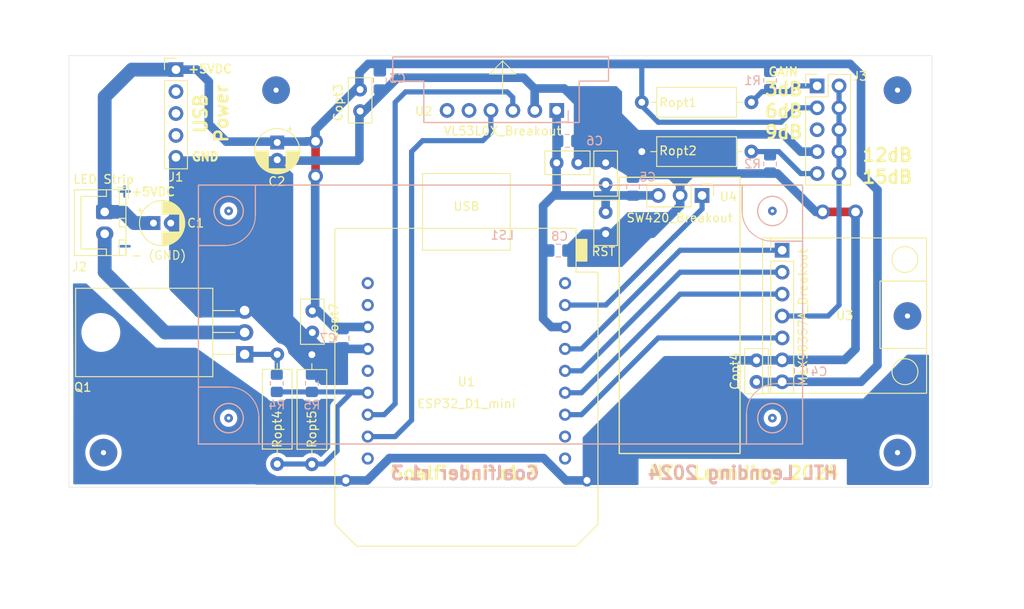
<source format=kicad_pcb>
(kicad_pcb (version 20240108) (generator "pcbnew") (generator_version "8.0")
  (title_block (title "LeoIoT - Goalfinder") (date "2024-12-11") (rev "01.03") (company "HTL Leonding, SJ 23-24, 2BHIF") (comment 2 "finding the basketball basket and hit detection") (comment 3 "Smart utility for guiding visually impaired people in ") (comment 4 "AISLER Project ID: IUPHFGHO"))
  (layers (0 "F.Cu" signal) (31 "B.Cu" signal) (34 "B.Paste" user) (35 "F.Paste" user) (36 "B.SilkS" user "B.Silkscreen") (37 "F.SilkS" user "F.Silkscreen") (38 "B.Mask" user) (39 "F.Mask" user) (44 "Edge.Cuts" user))
  (net 0 "")
  (net 1 "Net-(J2-Pin_2)")
  (net 2 "Net-(Q1-G)")
  (net 4 "Net-(U1-IO_17{slash}U2_TXC)")
  (net 7 "Net-(U1-IO_19{slash}MISO)")
  (net 8 "Net-(U1-IO_05{slash}SS)")
  (net 13 "Net-(U3-GAIN_SLOT)")
  (net 14 "Net-(U1-IO_22{slash}SCL_1)")
  (net 15 "3V3")
  (net 16 "Net-(U1-IO_23{slash}MOSI)")
  (net 18 "Net-(U1-IO_21{slash}SDA_1)")
  (net 19 "Net-(U1-IO_18{slash}CLK)")
  (net 20 "Net-(U1-IO_13{slash}TCK)")
  (net 24 "5V")
  (net 26 "Net-(J3-Pad1)")
  (net 28 "Net-(J3-Pad9)")
  (net 29 "GND")
  (footprint "MountingHole:MountingHole_3.2mm_M3" (layer "F.Cu") (at 196 106 -90)
    (property "Reference" "REF**" (hide yes))
    (property "Value" "MountingHole_3.2mm_M3" (hide yes))
    (pad "" thru_hole circle (at 0 0 270) (size 3.2 3.2) (drill 0.6) (layers "*.Cu" "*.Mask"))
  )
  (footprint "Connector_PinHeader_2.54mm:PinHeader_2x05_P2.54mm_Vertical" (layer "F.Cu") (at 186.685 63.505)
    (property "Reference" "J3" (at 4.9605 -1.118 180) (layer "F.SilkS"))
    (property "Value" "GAIN" (at -3.9295 -1.626 180) (layer "F.SilkS") (effects (font (thickness 0.2) (bold yes))))
    (pad "1" thru_hole rect (at 0 0) (size 1.7 1.7) (drill 1) (layers "*.Cu" "*.Mask") (net 26 "Net-(J3-Pad1)"))
    (pad "2" thru_hole oval (at 2.54 0) (size 1.7 1.7) (drill 1) (layers "*.Cu" "*.Mask") (net 13 "Net-(U3-GAIN_SLOT)"))
    (pad "3" thru_hole oval (at 0 2.54) (size 1.7 1.7) (drill 1) (layers "*.Cu" "*.Mask") (net 24 "5V"))
    (pad "4" thru_hole oval (at 2.54 2.54) (size 1.7 1.7) (drill 1) (layers "*.Cu" "*.Mask") (net 13 "Net-(U3-GAIN_SLOT)"))
    (pad "5" thru_hole oval (at 0 5.08) (size 1.7 1.7) (drill 1) (layers "*.Cu" "*.Mask"))
    (pad "6" thru_hole oval (at 2.54 5.08) (size 1.7 1.7) (drill 1) (layers "*.Cu" "*.Mask") (net 13 "Net-(U3-GAIN_SLOT)"))
    (pad "7" thru_hole oval (at 0 7.62) (size 1.7 1.7) (drill 1) (layers "*.Cu" "*.Mask") (net 29 "GND"))
    (pad "8" thru_hole oval (at 2.54 7.62) (size 1.7 1.7) (drill 1) (layers "*.Cu" "*.Mask") (net 13 "Net-(U3-GAIN_SLOT)"))
    (pad "9" thru_hole oval (at 0 10.16) (size 1.7 1.7) (drill 1) (layers "*.Cu" "*.Mask") (net 28 "Net-(J3-Pad9)"))
    (pad "10" thru_hole oval (at 2.54 10.16) (size 1.7 1.7) (drill 1) (layers "*.Cu" "*.Mask") (net 13 "Net-(U3-GAIN_SLOT)"))
  )
  (footprint "MountingHole:MountingHole_3.2mm_M3" (layer "F.Cu") (at 104 106 -90)
    (property "Reference" "REF**" (hide yes))
    (property "Value" "MountingHole_3.2mm_M3" (hide yes))
    (pad "" thru_hole circle (at 0 0 270) (size 3.2 3.2) (drill 0.6) (layers "*.Cu" "*.Mask"))
  )
  (footprint "Connector_JST_2.54:JST_XH_B2B-XH-A_1x02_P2.54mm_Vertical" (layer "F.Cu") (at 104.14 78.105 -90)
    (property "Reference" "J2" (at 6.38 2.9185 180) (layer "F.SilkS"))
    (property "Value" "LED Strip" (at -3.78 0.1245 180) (layer "F.SilkS"))
    (pad "1" thru_hole roundrect (at 0 0 270) (size 1.7 2) (drill 1) (layers "*.Cu" "*.Mask") (roundrect_rratio 0.147059) (net 24 "5V"))
    (pad "2" thru_hole oval (at 2.54 0 270) (size 1.7 2) (drill 1) (layers "*.Cu" "*.Mask") (net 1 "Net-(J2-Pin_2)"))
  )
  (footprint "Resistor_THT:R_Axial_DIN0309_L9.0mm_D3.2mm_P12.70mm_Horizontal" (layer "F.Cu") (at 128.1455 107.345 90)
    (property "Reference" "Ropt5" (at 4.064 0 -90) (layer "F.SilkS"))
    (property "Value" "33k" (hide yes))
    (pad "1" thru_hole circle (at 0 0 90) (size 1.6 1.6) (drill 0.8) (layers "*.Cu" "*.Mask") (net 4 "Net-(U1-IO_17{slash}U2_TXC)"))
    (pad "2" thru_hole oval (at 12.7 0 90) (size 1.6 1.6) (drill 0.8) (layers "*.Cu" "*.Mask") (net 29 "GND"))
  )
  (footprint "Breakout_Boards:Micro-USB_BreakoutBoard" (layer "F.Cu") (at 112.3975 61.625)
    (property "Reference" "J1" (at 0 12.446 0) (layer "F.SilkS"))
    (property "Value" "USB_B_Micro_Breakout")
    (pad "1" thru_hole rect (at 0 0) (size 1.7 1.7) (drill 1) (layers "*.Cu" "*.Mask") (net 24 "5V"))
    (pad "2" thru_hole oval (at 0 2.54) (size 1.7 1.7) (drill 1) (layers "*.Cu" "*.Mask"))
    (pad "3" thru_hole oval (at 0 5.08) (size 1.7 1.7) (drill 1) (layers "*.Cu" "*.Mask"))
    (pad "4" thru_hole oval (at 0 7.62) (size 1.7 1.7) (drill 1) (layers "*.Cu" "*.Mask"))
    (pad "5" thru_hole oval (at 0 10.16) (size 1.7 1.7) (drill 1) (layers "*.Cu" "*.Mask") (net 29 "GND"))
  )
  (footprint "Capacitor_THT:C_Disc_D5.0mm_W2.5mm_P2.50mm" (layer "F.Cu") (at 128.196653 89.577877 -90)
    (property "Reference" "Copt7" (at 1.25 -2.5 90) (layer "F.SilkS"))
    (property "Value" "100nF" (hide yes))
    (pad "1" thru_hole circle (at 0 0 270) (size 1.6 1.6) (drill 0.8) (layers "*.Cu" "*.Mask") (net 24 "5V"))
    (pad "2" thru_hole circle (at 2.5 0 270) (size 1.6 1.6) (drill 0.8) (layers "*.Cu" "*.Mask") (net 29 "GND"))
  )
  (footprint "MountingHole:MountingHole_3.2mm_M3" (layer "F.Cu") (at 124 64 -90)
    (property "Reference" "REF**" (hide yes))
    (property "Value" "MountingHole_3.2mm_M3" (hide yes))
    (pad "" thru_hole circle (at 0 0 270) (size 3.2 3.2) (drill 0.6) (layers "*.Cu" "*.Mask"))
  )
  (footprint "Capacitor_THT:C_Disc_D5.0mm_W2.5mm_P2.50mm" (layer "F.Cu") (at 179.659537 97.803395 90)
    (property "Reference" "Copt4" (at 1.25 -2.5 -90) (layer "F.SilkS"))
    (property "Value" "100nF")
    (pad "1" thru_hole circle (at 0 0 90) (size 1.6 1.6) (drill 0.8) (layers "*.Cu" "*.Mask") (net 24 "5V"))
    (pad "2" thru_hole circle (at 2.5 0 90) (size 1.6 1.6) (drill 0.8) (layers "*.Cu" "*.Mask") (net 29 "GND"))
  )
  (footprint "Resistor_THT:R_Axial_DIN0309_L9.0mm_D3.2mm_P12.70mm_Horizontal" (layer "F.Cu") (at 166.37 71.12)
    (property "Reference" "Ropt2" (at 4.1935 -0.097 0) (layer "F.SilkS"))
    (property "Value" "100k")
    (pad "1" thru_hole circle (at 0 0) (size 1.6 1.6) (drill 0.8) (layers "*.Cu" "*.Mask") (net 29 "GND"))
    (pad "2" thru_hole oval (at 12.7 0) (size 1.6 1.6) (drill 0.8) (layers "*.Cu" "*.Mask") (net 28 "Net-(J3-Pad9)"))
  )
  (footprint "Breakout_Boards:MAX98357A_Breakout_Board" (layer "F.Cu") (at 182.635 82.55)
    (property "Reference" "U3" (at 7.2475 7.5875 0) (layer "F.SilkS"))
    (property "Value" "MAX98357A_Breakout" (at 2.4065 7.777 90) (layer "F.SilkS"))
    (pad "1" thru_hole rect (at 0 0) (size 1.7 1.7) (drill 1) (layers "*.Cu" "*.Mask") (net 8 "Net-(U1-IO_05{slash}SS)"))
    (pad "2" thru_hole oval (at 0 2.54) (size 1.7 1.7) (drill 1) (layers "*.Cu" "*.Mask") (net 16 "Net-(U1-IO_23{slash}MOSI)"))
    (pad "3" thru_hole oval (at 0 5.08) (size 1.7 1.7) (drill 1) (layers "*.Cu" "*.Mask") (net 7 "Net-(U1-IO_19{slash}MISO)"))
    (pad "4" thru_hole oval (at 0 7.62) (size 1.7 1.7) (drill 1) (layers "*.Cu" "*.Mask") (net 13 "Net-(U3-GAIN_SLOT)"))
    (pad "5" thru_hole oval (at 0 10.16) (size 1.7 1.7) (drill 1) (layers "*.Cu" "*.Mask") (net 19 "Net-(U1-IO_18{slash}CLK)"))
    (pad "6" thru_hole oval (at 0 12.7) (size 1.7 1.7) (drill 1) (layers "*.Cu" "*.Mask") (net 29 "GND"))
    (pad "7" thru_hole oval (at 0 15.24) (size 1.7 1.7) (drill 1) (layers "*.Cu" "*.Mask") (net 24 "5V"))
  )
  (footprint "Resistor_THT:R_Axial_DIN0309_L9.0mm_D3.2mm_P12.70mm_Horizontal" (layer "F.Cu") (at 124.13 107.315 90)
    (property "Reference" "Ropt4" (at 4.034 0 -90) (layer "F.SilkS"))
    (property "Value" "1k" (hide yes))
    (pad "1" thru_hole circle (at 0 0 90) (size 1.6 1.6) (drill 0.8) (layers "*.Cu" "*.Mask") (net 4 "Net-(U1-IO_17{slash}U2_TXC)"))
    (pad "2" thru_hole oval (at 12.7 0 90) (size 1.6 1.6) (drill 0.8) (layers "*.Cu" "*.Mask") (net 2 "Net-(Q1-G)"))
  )
  (footprint "Capacitor_THT:C_Disc_D5.0mm_W2.5mm_P2.50mm" (layer "F.Cu") (at 133.7335 63.931 -90)
    (property "Reference" "Copt3" (at 1.504 2.54 -90) (layer "F.SilkS"))
    (property "Value" "100nF")
    (pad "1" thru_hole circle (at 0 0 270) (size 1.6 1.6) (drill 0.8) (layers "*.Cu" "*.Mask") (net 24 "5V"))
    (pad "2" thru_hole circle (at 2.5 0 270) (size 1.6 1.6) (drill 0.8) (layers "*.Cu" "*.Mask") (net 29 "GND"))
  )
  (footprint "MountingHole:MountingHole_3.2mm_M3" (layer "F.Cu") (at 197.155 90.17 -90)
    (property "Reference" "REF**" (hide yes))
    (property "Value" "MountingHole_3.2mm_M3" (hide yes))
    (pad "" thru_hole circle (at 0 0 270) (size 3.2 3.2) (drill 0.6) (layers "*.Cu" "*.Mask"))
  )
  (footprint "MountingHole:MountingHole_3.2mm_M3" (layer "F.Cu") (at 196 64 -90)
    (property "Reference" "REF**" (hide yes))
    (property "Value" "MountingHole_3.2mm_M3" (hide yes))
    (pad "" thru_hole circle (at 0 0 270) (size 3.2 3.2) (drill 0.6) (layers "*.Cu" "*.Mask"))
  )
  (footprint "Package_TO_SOT_THT:TO-220-3_Horizontal_TabDown" (layer "F.Cu") (at 120.355 94.615 90)
    (property "Reference" "Q1" (at -3.81 -18.755 0) (layer "F.SilkS"))
    (property "Value" "IRFZ44N")
    (pad "" np_thru_hole oval (at 2.54 -16.66 90) (size 3.5 3.5) (drill 3.5) (layers "*.Cu" "*.Mask"))
    (pad "1" thru_hole rect (at 0 0 90) (size 1.905 2) (drill 1.1) (layers "*.Cu" "*.Mask") (net 2 "Net-(Q1-G)"))
    (pad "2" thru_hole oval (at 2.54 0 90) (size 1.905 2) (drill 1.1) (layers "*.Cu" "*.Mask") (net 1 "Net-(J2-Pin_2)"))
    (pad "3" thru_hole oval (at 5.08 0 90) (size 1.905 2) (drill 1.1) (layers "*.Cu" "*.Mask") (net 29 "GND"))
  )
  (footprint "Capacitor_THT:C_Disc_D5.0mm_W2.5mm_P2.50mm" (layer "F.Cu") (at 162.1815 74.92 90)
    (property "Reference" "Copt5" (hide yes))
    (property "Value" "100nF" (hide yes))
    (pad "1" thru_hole circle (at 0 0 90) (size 1.6 1.6) (drill 0.8) (layers "*.Cu" "*.Mask") (net 15 "3V3"))
    (pad "2" thru_hole circle (at 2.5 0 90) (size 1.6 1.6) (drill 0.8) (layers "*.Cu" "*.Mask") (net 29 "GND"))
  )
  (footprint "Breakout_Boards:SW420_Breakout_Board_Horizontal" (layer "F.Cu") (at 173.355 76.2 -90)
    (property "Reference" "U4" (at 0.157 -3.0505 0) (layer "F.SilkS"))
    (property "Value" "SW420_Breakout" (at 2.6 2.6 0) (layer "F.SilkS"))
    (pad "1" thru_hole rect (at 0 0 270) (size 1.7 1.7) (drill 1) (layers "*.Cu" "*.Mask") (net 20 "Net-(U1-IO_13{slash}TCK)"))
    (pad "2" thru_hole oval (at 0 2.54 270) (size 1.7 1.7) (drill 1) (layers "*.Cu" "*.Mask") (net 29 "GND"))
    (pad "3" thru_hole oval (at 0 5.08 270) (size 1.7 1.7) (drill 1) (layers "*.Cu" "*.Mask") (net 15 "3V3"))
  )
  (footprint "Capacitor_THT:CP_Radial_D5.0mm_P2.00mm" (layer "F.Cu") (at 109.791388 79.405)
    (property "Reference" "C1" (at 4.892112 0 0) (layer "F.SilkS"))
    (property "Value" "22µF" (hide yes))
    (pad "1" thru_hole rect (at 0 0) (size 1.6 1.6) (drill 0.8) (layers "*.Cu" "*.Mask") (net 24 "5V"))
    (pad "2" thru_hole circle (at 2 0) (size 1.6 1.6) (drill 0.8) (layers "*.Cu" "*.Mask") (net 29 "GND"))
  )
  (footprint "Capacitor_THT:CP_Radial_D5.0mm_P2.00mm" (layer "F.Cu") (at 124.13 70.065 -90)
    (property "Reference" "C2" (at 4.514 0.0485 180) (layer "F.SilkS"))
    (property "Value" "4,7µF" (hide yes))
    (pad "1" thru_hole rect (at 0 0 270) (size 1.6 1.6) (drill 0.8) (layers "*.Cu" "*.Mask") (net 24 "5V"))
    (pad "2" thru_hole circle (at 2 0 270) (size 1.6 1.6) (drill 0.8) (layers "*.Cu" "*.Mask") (net 29 "GND"))
  )
  (footprint "Capacitor_THT:C_Disc_D5.0mm_W2.5mm_P2.50mm" (layer "F.Cu") (at 156.5065 72.42)
    (property "Reference" "Copt6" (hide yes))
    (property "Value" "100nF" (hide yes))
    (pad "1" thru_hole circle (at 0 0) (size 1.6 1.6) (drill 0.8) (layers "*.Cu" "*.Mask") (net 15 "3V3"))
    (pad "2" thru_hole circle (at 2.5 0) (size 1.6 1.6) (drill 0.8) (layers "*.Cu" "*.Mask") (net 29 "GND"))
  )
  (footprint "Capacitor_THT:C_Disc_D5.0mm_W2.5mm_P2.50mm" (layer "F.Cu") (at 162.1815 78.135 -90)
    (property "Reference" "Copt8" (hide yes))
    (property "Value" "100nF" (hide yes))
    (pad "1" thru_hole circle (at 0 0 270) (size 1.6 1.6) (drill 0.8) (layers "*.Cu" "*.Mask") (net 15 "3V3"))
    (pad "2" thru_hole circle (at 2.5 0 270) (size 1.6 1.6) (drill 0.8) (layers "*.Cu" "*.Mask") (net 29 "GND"))
  )
  (footprint "Resistor_THT:R_Axial_DIN0309_L9.0mm_D3.2mm_P12.70mm_Horizontal" (layer "F.Cu") (at 166.37 65.405)
    (property "Reference" "Ropt1" (at 4.1935 0.03 0) (layer "F.SilkS"))
    (property "Value" "100k")
    (pad "1" thru_hole circle (at 0 0) (size 1.6 1.6) (drill 0.8) (layers "*.Cu" "*.Mask") (net 24 "5V"))
    (pad "2" thru_hole oval (at 12.7 0) (size 1.6 1.6) (drill 0.8) (layers "*.Cu" "*.Mask") (net 26 "Net-(J3-Pad1)"))
  )
  (footprint "ESP32_D1_mini:ESP32_D1_mini" (layer "F.Cu") (at 146.05 97.79 180)
    (property "Reference" "U1" (at 0 0 180) (layer "F.SilkS"))
    (property "Value" "ESP32_D1_mini" (at 0 -2.54 180) (layer "F.SilkS"))
    (fp_text user "RST" (at -15.8775 15.083 180) (layer "F.SilkS"))
    (fp_text user "USB" (at 0 20.32 180) (layer "F.SilkS"))
    (pad "1" thru_hole circle (at -13.97 -11.43 90) (size 1.4 1.4) (drill 0.8) (layers "*.Cu" "*.Mask") (net 29 "GND"))
    (pad "4" thru_hole circle (at -11.43 -8.89 90) (size 1.4 1.4) (drill 0.8) (layers "*.Cu" "*.Mask"))
    (pad "6" thru_hole circle (at -11.43 -6.35 90) (size 1.4 1.4) (drill 0.8) (layers "*.Cu" "*.Mask"))
    (pad "8" thru_hole circle (at -11.43 -3.81 90) (size 1.4 1.4) (drill 0.8) (layers "*.Cu" "*.Mask") (net 19 "Net-(U1-IO_18{slash}CLK)"))
    (pad "10" thru_hole circle (at -11.43 -1.27 90) (size 1.4 1.4) (drill 0.8) (layers "*.Cu" "*.Mask") (net 7 "Net-(U1-IO_19{slash}MISO)"))
    (pad "12" thru_hole circle (at -11.43 1.27 90) (size 1.4 1.4) (drill 0.8) (layers "*.Cu" "*.Mask") (net 16 "Net-(U1-IO_23{slash}MOSI)"))
    (pad "14" thru_hole circle (at -11.43 3.81 90) (size 1.4 1.4) (drill 0.8) (layers "*.Cu" "*.Mask") (net 8 "Net-(U1-IO_05{slash}SS)"))
    (pad "16" thru_hole circle (at -11.43 6.35 90) (size 1.4 1.4) (drill 0.8) (layers "*.Cu" "*.Mask") (net 15 "3V3"))
    (pad "18" thru_hole circle (at -11.43 8.89 90) (size 1.4 1.4) (drill 0.8) (layers "*.Cu" "*.Mask") (net 20 "Net-(U1-IO_13{slash}TCK)"))
    (pad "20" thru_hole circle (at -11.43 11.43 90) (size 1.4 1.4) (drill 0.8) (layers "*.Cu" "*.Mask"))
    (pad "22" thru_hole circle (at 13.97 -11.43 90) (size 1.4 1.4) (drill 0.8) (layers "*.Cu" "*.Mask") (net 29 "GND"))
    (pad "23" thru_hole circle (at 11.43 -8.89 90) (size 1.4 1.4) (drill 0.8) (layers "*.Cu" "*.Mask"))
    (pad "25" thru_hole circle (at 11.43 -6.35 90) (size 1.4 1.4) (drill 0.8) (layers "*.Cu" "*.Mask") (net 14 "Net-(U1-IO_22{slash}SCL_1)"))
    (pad "27" thru_hole circle (at 11.43 -3.81 90) (size 1.4 1.4) (drill 0.8) (layers "*.Cu" "*.Mask") (net 18 "Net-(U1-IO_21{slash}SDA_1)"))
    (pad "29" thru_hole circle (at 11.43 -1.27 90) (size 1.4 1.4) (drill 0.8) (layers "*.Cu" "*.Mask") (net 4 "Net-(U1-IO_17{slash}U2_TXC)"))
    (pad "31" thru_hole circle (at 11.43 1.27 90) (size 1.4 1.4) (drill 0.8) (layers "*.Cu" "*.Mask"))
    (pad "33" thru_hole circle (at 11.43 3.81 90) (size 1.4 1.4) (drill 0.8) (layers "*.Cu" "*.Mask") (net 29 "GND"))
    (pad "35" thru_hole circle (at 11.43 6.35 90) (size 1.4 1.4) (drill 0.8) (layers "*.Cu" "*.Mask") (net 24 "5V"))
    (pad "37" thru_hole circle (at 11.43 8.89 90) (size 1.4 1.4) (drill 0.8) (layers "*.Cu" "*.Mask"))
    (pad "39" thru_hole circle (at 11.43 11.43 90) (size 1.4 1.4) (drill 0.8) (layers "*.Cu" "*.Mask"))
  )
  (footprint "Breakout_Boards:VL53L0X_Breakout_Board_vertical_flat" (layer "B.Cu") (at 156.515 66.35 90)
    (property "Reference" "U2" (at -0.101 -15.4155 -0) (layer "F.SilkS"))
    (property "Value" "VL53L0X_Breakout" (at -2.387 -6.2715 0) (layer "F.SilkS"))
    (pad "1" thru_hole rect (at 0 0 90) (size 1.7 1.7) (drill 1) (layers "*.Cu" "*.Mask") (net 15 "3V3"))
    (pad "2" thru_hole oval (at 0 -2.54 90) (size 1.7 1.7) (drill 1) (layers "*.Cu" "*.Mask") (net 29 "GND"))
    (pad "3" thru_hole oval (at 0 -5.08 90) (size 1.7 1.7) (drill 1) (layers "*.Cu" "*.Mask") (net 18 "Net-(U1-IO_21{slash}SDA_1)"))
    (pad "4" thru_hole oval (at 0 -7.62 90) (size 1.7 1.7) (drill 1) (layers "*.Cu" "*.Mask") (net 14 "Net-(U1-IO_22{slash}SCL_1)"))
    (pad "5" thru_hole oval (at 0 -10.16 90) (size 1.7 1.7) (drill 1) (layers "*.Cu" "*.Mask"))
    (pad "6" thru_hole oval (at 0 -12.7 90) (size 1.7 1.7) (drill 1) (layers "*.Cu" "*.Mask"))
  )
  (footprint "Capacitor_SMD:C_0805_2012Metric_Pad1.18x1.45mm_HandSolder" (layer "B.Cu") (at 157.7365 69.88)
    (property "Reference" "C6" (at 3.175 0 0) (layer "B.SilkS") (effects (justify mirror)))
    (property "Value" "100nF" (hide yes))
    (pad "1" smd roundrect (at -1.0375 0) (size 1.175 1.45) (layers "B.Cu" "B.Paste" "B.Mask") (roundrect_rratio 0.212766) (net 15 "3V3"))
    (pad "2" smd roundrect (at 1.0375 0) (size 1.175 1.45) (layers "B.Cu" "B.Paste" "B.Mask") (roundrect_rratio 0.212766) (net 29 "GND"))
  )
  (footprint "Capacitor_SMD:C_0805_2012Metric_Pad1.18x1.45mm_HandSolder" (layer "B.Cu") (at 136.0195 62.8735 -90)
    (property "Reference" "C3" (at -0.2325 -2.032 180) (layer "B.SilkS") (effects (justify mirror)))
    (property "Value" "100nF")
    (pad "1" smd roundrect (at -1.0375 0 270) (size 1.175 1.45) (layers "B.Cu" "B.Paste" "B.Mask") (roundrect_rratio 0.212766) (net 24 "5V"))
    (pad "2" smd roundrect (at 1.0375 0 270) (size 1.175 1.45) (layers "B.Cu" "B.Paste" "B.Mask") (roundrect_rratio 0.212766) (net 29 "GND"))
  )
  (footprint "Resistor_SMD:R_0805_2012Metric_Pad1.20x1.40mm_HandSolder" (layer "B.Cu") (at 181.2315 72.547 90)
    (property "Reference" "R2" (at 0 -2.032 180) (layer "B.SilkS") (effects (justify mirror)))
    (property "Value" "100k" (hide yes))
    (pad "1" smd roundrect (at -1 0 90) (size 1.2 1.4) (layers "B.Cu" "B.Paste" "B.Mask") (roundrect_rratio 0.208333) (net 29 "GND"))
    (pad "2" smd roundrect (at 1 0 90) (size 1.2 1.4) (layers "B.Cu" "B.Paste" "B.Mask") (roundrect_rratio 0.208333) (net 28 "Net-(J3-Pad9)"))
  )
  (footprint "Resistor_SMD:R_0805_2012Metric_Pad1.20x1.40mm_HandSolder" (layer "B.Cu") (at 124.0815 97.963 90)
    (property "Reference" "R4" (at -2.524 0 360) (layer "B.SilkS") (effects (justify mirror)))
    (property "Value" "1k" (hide yes))
    (pad "1" smd roundrect (at -1 0 90) (size 1.2 1.4) (layers "B.Cu" "B.Paste" "B.Mask") (roundrect_rratio 0.208333) (net 4 "Net-(U1-IO_17{slash}U2_TXC)"))
    (pad "2" smd roundrect (at 1 0 90) (size 1.2 1.4) (layers "B.Cu" "B.Paste" "B.Mask") (roundrect_rratio 0.208333) (net 2 "Net-(Q1-G)"))
  )
  (footprint "Resistor_SMD:R_0805_2012Metric_Pad1.20x1.40mm_HandSolder" (layer "B.Cu") (at 128.1455 97.963 90)
    (property "Reference" "R5" (at -2.524 0 360) (layer "B.SilkS") (effects (justify mirror)))
    (property "Value" "33k" (hide yes))
    (pad "1" smd roundrect (at -1 0 90) (size 1.2 1.4) (layers "B.Cu" "B.Paste" "B.Mask") (roundrect_rratio 0.208333) (net 4 "Net-(U1-IO_17{slash}U2_TXC)"))
    (pad "2" smd roundrect (at 1 0 90) (size 1.2 1.4) (layers "B.Cu" "B.Paste" "B.Mask") (roundrect_rratio 0.208333) (net 29 "GND"))
  )
  (footprint "Capacitor_SMD:C_0805_2012Metric_Pad1.18x1.45mm_HandSolder" (layer "B.Cu") (at 131.7015 92.74 -90)
    (property "Reference" "C7" (at 0 1.68 180) (layer "B.SilkS") (effects (justify mirror)))
    (property "Value" "100nF" (hide yes))
    (pad "1" smd roundrect (at -1.0375 0 270) (size 1.175 1.45) (layers "B.Cu" "B.Paste" "B.Mask") (roundrect_rratio 0.212766) (net 24 "5V"))
    (pad "2" smd roundrect (at 1.0375 0 270) (size 1.175 1.45) (layers "B.Cu" "B.Paste" "B.Mask") (roundrect_rratio 0.212766) (net 29 "GND"))
  )
  (footprint "Capacitor_SMD:C_0805_2012Metric_Pad1.18x1.45mm_HandSolder" (layer "B.Cu") (at 156.699 82.58)
    (property "Reference" "C8" (at 0.1485 -1.651 0) (layer "B.SilkS") (effects (justify mirror)))
    (property "Value" "100nF" (hide yes))
    (pad "1" smd roundrect (at -1.0375 0) (size 1.175 1.45) (layers "B.Cu" "B.Paste" "B.Mask") (roundrect_rratio 0.212766) (net 15 "3V3"))
    (pad "2" smd roundrect (at 1.0375 0) (size 1.175 1.45) (layers "B.Cu" "B.Paste" "B.Mask") (roundrect_rratio 0.212766) (net 29 "GND"))
  )
  (footprint "Capacitor_SMD:C_0805_2012Metric_Pad1.18x1.45mm_HandSolder" (layer "B.Cu") (at 165.3565 75.1925 90)
    (property "Reference" "C5" (at 1.1215 1.68 0) (layer "B.SilkS") (effects (justify mirror)))
    (property "Value" "100nF" (hide yes))
    (pad "1" smd roundrect (at -1.0375 0 90) (size 1.175 1.45) (layers "B.Cu" "B.Paste" "B.Mask") (roundrect_rratio 0.212766) (net 15 "3V3"))
    (pad "2" smd roundrect (at 1.0375 0 90) (size 1.175 1.45) (layers "B.Cu" "B.Paste" "B.Mask") (roundrect_rratio 0.212766) (net 29 "GND"))
  )
  (footprint "Breakout_Boards:Mono-Enclosed_Speaker_70x30x17mm_onboard" (layer "B.Cu") (at 185 75 180)
    (property "Reference" "LS1" (at 34.8 -5.8 0) (layer "B.SilkS") (effects (justify mirror)))
    (property "Value" "Speaker")
    (pad "" thru_hole circle (at 3.5 -27 180) (size 1 1) (drill 0.4) (layers "*.Cu" "*.Mask"))
    (pad "" thru_hole circle (at 3.5 -3 180) (size 1 1) (drill 0.4) (layers "*.Cu" "*.Mask"))
    (pad "" thru_hole circle (at 66.5 -27 180) (size 1 1) (drill 0.4) (layers "*.Cu" "*.Mask"))
    (pad "" thru_hole circle (at 66.5 -3 180) (size 1 1) (drill 0.4) (layers "*.Cu" "*.Mask"))
  )
  (footprint "Resistor_SMD:R_0805_2012Metric_Pad1.20x1.40mm_HandSolder" (layer "B.Cu") (at 181.2315 62.879 -90)
    (property "Reference" "R1" (at 0.016 2.032 180) (layer "B.SilkS") (effects (justify mirror)))
    (property "Value" "100k" (hide yes))
    (pad "1" smd roundrect (at -1 0 270) (size 1.2 1.4) (layers "B.Cu" "B.Paste" "B.Mask") (roundrect_rratio 0.208333) (net 24 "5V"))
    (pad "2" smd roundrect (at 1 0 270) (size 1.2 1.4) (layers "B.Cu" "B.Paste" "B.Mask") (roundrect_rratio 0.208333) (net 26 "Net-(J3-Pad1)"))
  )
  (footprint "Capacitor_SMD:C_0805_2012Metric_Pad1.18x1.45mm_HandSolder" (layer "B.Cu") (at 184.7875 96.518441 90)
    (property "Reference" "C4" (at -0.102029 2.114228 0) (layer "B.SilkS") (effects (justify mirror)))
    (property "Value" "100nF" (hide yes))
    (pad "1" smd roundrect (at -1.0375 0 90) (size 1.175 1.45) (layers "B.Cu" "B.Paste" "B.Mask") (roundrect_rratio 0.212766) (net 24 "5V"))
    (pad "2" smd roundrect (at 1.0375 0 90) (size 1.175 1.45) (layers "B.Cu" "B.Paste" "B.Mask") (roundrect_rratio 0.212766) (net 29 "GND"))
  )
  (gr_line (start 150.2435 60.609) (end 148.7195 62.133) (stroke (width 0.1)) (layer "F.SilkS"))
  (gr_line (start 150.2435 60.609) (end 151.7675 62.133) (stroke (width 0.1)) (layer "F.SilkS"))
  (gr_line (start 151.7675 62.133) (end 148.7195 62.133) (stroke (width 0.1)) (layer "F.SilkS"))
  (gr_line (start 150.2435 60.609) (end 150.2435 64.419) (stroke (width 0.1)) (layer "F.SilkS"))
  (gr_line (start 150.2435 64.419) (end 150.2435 60.609) (stroke (width 0.1)) (layer "F.SilkS"))
  (gr_rect (start 100 60) (end 200 110) (stroke (width 0.05)) (fill none) (layer "Edge.Cuts"))
  (gr_text "HTL Leonding 2024" (at 189.23 109.22 0) (layer "B.Cu") (effects (font (size 1.5 1.5) (thickness 0.3) (bold yes)) (justify left bottom mirror)))
  (gr_text "Goalfinder r1.3" (at 154.655521 109.24189 0) (layer "B.Cu") (effects (font (size 1.5 1.5) (thickness 0.3) (bold yes)) (justify left bottom mirror)))
  (gr_text "-" (at 107.5715 82.86 0) (layer "B.Cu") (effects (font (size 1.5 1.5) (thickness 0.3) (bold yes)) (justify left bottom mirror)))
  (gr_text "+" (at 107.5715 76.51 0) (layer "B.Cu") (effects (font (size 1.5 1.5) (thickness 0.3) (bold yes)) (justify left bottom mirror)))
  (gr_text "HTL Leonding 2024" (at 189.23128 109.218593 0) (layer "B.SilkS") (effects (font (size 1.5 1.5) (thickness 0.3) (bold yes)) (justify left bottom mirror)))
  (gr_text "Goalfinder r1.3" (at 154.657093 109.243749 0) (layer "B.SilkS") (effects (font (size 1.5 1.5) (thickness 0.3) (bold yes)) (justify left bottom mirror)))
  (gr_text "+5VDC" (at 112.3975 76.357 0) (layer "F.SilkS") (effects (font (size 1 1) (thickness 0.1875)) (justify right bottom)))
  (gr_text "12dB" (at 191.77 72.39 0) (layer "F.SilkS") (effects (font (size 1.5 1.5) (thickness 0.3) (bold yes)) (justify left bottom)))
  (gr_text "HTL Leonding 2024" (at 167.067019 109.225033 0) (layer "F.SilkS") (effects (font (size 1.5 1.5) (thickness 0.3) (bold yes)) (justify left bottom)))
  (gr_text "3dB" (at 180.4695 64.77 0) (layer "F.SilkS") (effects (font (size 1.5 1.5) (thickness 0.3) (bold yes)) (justify left bottom)))
  (gr_text "Goalfinder r1.3" (at 137.0355 109.24189 0) (layer "F.SilkS") (effects (font (size 1.5 1.5) (thickness 0.3) (bold yes)) (justify left bottom)))
  (gr_text "USB\nPower" (at 116.4615 66.705 90) (layer "F.SilkS") (effects (font (size 1.5 1.5) (thickness 0.3) (bold yes))))
  (gr_text "15dB" (at 191.77 74.93 0) (layer "F.SilkS") (effects (font (size 1.5 1.5) (thickness 0.3) (bold yes)) (justify left bottom)))
  (gr_text "6dB" (at 180.4695 67.31 0) (layer "F.SilkS") (effects (font (size 1.5 1.5) (thickness 0.3) (bold yes)) (justify left bottom)))
  (gr_text "+5VDC" (at 119.0015 62.133 0) (layer "F.SilkS") (effects (font (size 1 1) (thickness 0.1875)) (justify right bottom)))
  (gr_text "- (GND)" (at 113.6675 83.723 0) (layer "F.SilkS") (effects (font (size 1 1) (thickness 0.125)) (justify right bottom)))
  (gr_text "9dB" (at 180.4695 69.753 0) (layer "F.SilkS") (effects (font (size 1.5 1.5) (thickness 0.3) (bold yes)) (justify left bottom)))
  (gr_text "GND" (at 117.4775 72.293 0) (layer "F.SilkS") (effects (font (size 1 1) (thickness 0.25) (bold yes)) (justify right bottom)))
  (segment (start 104.14 85.09) (end 111.125 92.075) (width 1.6) (layer "B.Cu") (net 1))
  (segment (start 104.14 80.645) (end 104.14 85.09) (width 1.6) (layer "B.Cu") (net 1))
  (segment (start 111.125 92.075) (end 120.355 92.075) (width 1.6) (layer "B.Cu") (net 1))
  (segment (start 124.13 94.615) (end 124.13 96.6605) (width 0.6) (layer "B.Cu") (net 2))
  (segment (start 120.355 94.615) (end 124.13 94.615) (width 0.6) (layer "B.Cu") (net 2))
  (segment (start 124.13 96.6605) (end 124.0815 96.709) (width 0.6) (layer "B.Cu") (net 2))
  (segment (start 134.523 98.963) (end 134.62 99.06) (width 0.6) (layer "B.Cu") (net 4))
  (segment (start 124.13 107.315) (end 129.54 107.315) (width 0.6) (layer "B.Cu") (net 4))
  (segment (start 131.0665 100.7085) (end 132.715 99.06) (width 0.6) (layer "B.Cu") (net 4))
  (segment (start 129.54 107.315) (end 131.0665 105.7885) (width 0.6) (layer "B.Cu") (net 4))
  (segment (start 124.0815 98.963) (end 128.1455 98.963) (width 0.6) (layer "B.Cu") (net 4))
  (segment (start 128.1455 98.963) (end 134.523 98.963) (width 0.6) (layer "B.Cu") (net 4))
  (segment (start 131.0665 105.7885) (end 131.0665 100.7085) (width 0.6) (layer "B.Cu") (net 4))
  (segment (start 132.715 99.06) (end 134.62 99.06) (width 0.6) (layer "B.Cu") (net 4))
  (segment (start 170.815 87.63) (end 182.635 87.63) (width 0.6) (layer "B.Cu") (net 7))
  (segment (start 159.385 99.06) (end 170.815 87.63) (width 0.6) (layer "B.Cu") (net 7))
  (segment (start 157.48 99.06) (end 159.385 99.06) (width 0.6) (layer "B.Cu") (net 7))
  (segment (start 157.48 93.98) (end 159.385 93.98) (width 0.6) (layer "B.Cu") (net 8))
  (segment (start 170.815 82.55) (end 182.635 82.55) (width 0.6) (layer "B.Cu") (net 8))
  (segment (start 159.385 93.98) (end 170.815 82.55) (width 0.6) (layer "B.Cu") (net 8))
  (segment (start 187.96 90.17) (end 182.635 90.17) (width 0.6) (layer "B.Cu") (net 13))
  (segment (start 189.225 63.505) (end 189.225 66.045) (width 0.6) (layer "B.Cu") (net 13))
  (segment (start 189.225 68.585) (end 189.225 71.125) (width 0.6) (layer "B.Cu") (net 13))
  (segment (start 189.23 88.9) (end 189.225 88.895) (width 0.6) (layer "B.Cu") (net 13))
  (segment (start 189.225 88.895) (end 189.225 73.665) (width 0.6) (layer "B.Cu") (net 13))
  (segment (start 189.225 66.045) (end 189.225 68.585) (width 0.6) (layer "B.Cu") (net 13))
  (segment (start 189.23 88.9) (end 187.96 90.17) (width 0.6) (layer "B.Cu") (net 13))
  (segment (start 189.225 71.125) (end 189.225 73.665) (width 0.6) (layer "B.Cu") (net 13))
  (segment (start 147.955 69.85) (end 148.88 68.925) (width 0.6) (layer "B.Cu") (net 14))
  (segment (start 134.62 104.14) (end 137.795 104.14) (width 0.6) (layer "B.Cu") (net 14))
  (segment (start 139.7 102.235) (end 139.7 71.12) (width 0.6) (layer "B.Cu") (net 14))
  (segment (start 140.97 69.85) (end 147.955 69.85) (width 0.6) (layer "B.Cu") (net 14))
  (segment (start 137.795 104.14) (end 139.7 102.235) (width 0.6) (layer "B.Cu") (net 14))
  (segment (start 148.88 68.925) (end 148.88 66.04) (width 0.6) (layer "B.Cu") (net 14))
  (segment (start 139.7 71.12) (end 140.97 69.85) (width 0.6) (layer "B.Cu") (net 14))
  (segment (start 162.1815 74.92) (end 162.1815 78.135) (width 1) (layer "B.Cu") (net 15))
  (segment (start 156.5 75.855) (end 156.31075 76.04425) (width 1) (layer "B.Cu") (net 15))
  (segment (start 156.5 66.04) (end 156.5 75.855) (width 1) (layer "B.Cu") (net 15))
  (segment (start 157.48 91.44) (end 155.8925 91.44) (width 1) (layer "B.Cu") (net 15))
  (segment (start 156.4665 76.2) (end 168.275 76.2) (width 1) (layer "B.Cu") (net 15))
  (segment (start 154.94 90.4875) (end 154.94 77.415) (width 1) (layer "B.Cu") (net 15))
  (segment (start 155.8925 91.44) (end 154.94 90.4875) (width 1) (layer "B.Cu") (net 15))
  (segment (start 154.94 77.415) (end 156.5 75.855) (width 1) (layer "B.Cu") (net 15))
  (segment (start 159.385 96.52) (end 170.815 85.09) (width 0.6) (layer "B.Cu") (net 16))
  (segment (start 157.48 96.52) (end 159.385 96.52) (width 0.6) (layer "B.Cu") (net 16))
  (segment (start 170.815 85.09) (end 182.635 85.09) (width 0.6) (layer "B.Cu") (net 16))
  (segment (start 134.62 101.6) (end 136.525 101.6) (width 0.6) (layer "B.Cu") (net 18))
  (segment (start 139 64.2) (end 150.782081 64.2) (width 0.6) (layer "B.Cu") (net 18))
  (segment (start 150.782081 64.2) (end 151.42 64.837919) (width 0.6) (layer "B.Cu") (net 18))
  (segment (start 137.795 100.33) (end 137.795 65.405) (width 0.6) (layer "B.Cu") (net 18))
  (segment (start 137.795 65.405) (end 139 64.2) (width 0.6) (layer "B.Cu") (net 18))
  (segment (start 136.525 101.6) (end 137.795 100.33) (width 0.6) (layer "B.Cu") (net 18))
  (segment (start 151.42 64.837919) (end 151.42 66.04) (width 0.6) (layer "B.Cu") (net 18))
  (segment (start 157.48 101.6) (end 159.385 101.6) (width 0.6) (layer "B.Cu") (net 19))
  (segment (start 159.385 101.6) (end 168.275 92.71) (width 0.6) (layer "B.Cu") (net 19))
  (segment (start 168.275 92.71) (end 182.635 92.71) (width 0.6) (layer "B.Cu") (net 19))
  (segment (start 170.1615 80.95) (end 173.355 77.7565) (width 0.6) (layer "B.Cu") (net 20))
  (segment (start 162.202258 88.9) (end 170.152258 80.95) (width 0.6) (layer "B.Cu") (net 20))
  (segment (start 173.355 77.7565) (end 173.355 76.2) (width 0.6) (layer "B.Cu") (net 20))
  (segment (start 157.48 88.9) (end 162.202258 88.9) (width 0.6) (layer "B.Cu") (net 20))
  (segment (start 170.152258 80.95) (end 170.1615 80.95) (width 0.6) (layer "B.Cu") (net 20))
  (segment (start 128.575 69.930084) (end 128.575 73.97) (width 1) (layer "F.Cu") (net 24))
  (via (at 128.575 69.930084) (size 1.7) (drill 1) (layers "F.Cu" "B.Cu") (net 24))
  (via (at 128.575 73.97) (size 1.7) (drill 1) (layers "F.Cu" "B.Cu") (net 24))
  (segment (start 193.675 75.565) (end 191.77 73.66) (width 1) (layer "B.Cu") (net 24))
  (segment (start 134.62 91.44) (end 130.719 91.44) (width 1) (layer "B.Cu") (net 24))
  (segment (start 166.37 65.8135) (end 168.2765 67.72) (width 0.6) (layer "B.Cu") (net 24))
  (segment (start 191.77 97.79) (end 193.675 95.885) (width 1) (layer "B.Cu") (net 24))
  (segment (start 191.77 73.66) (end 191.77 62.23) (width 1) (layer "B.Cu") (net 24))
  (segment (start 191.77 62.23) (end 190.5 60.96) (width 1) (layer "B.Cu") (net 24))
  (segment (start 190.5 60.96) (end 162.56 60.96) (width 1) (layer "B.Cu") (net 24))
  (segment (start 182.635 97.79) (end 191.77 97.79) (width 1) (layer "B.Cu") (net 24))
  (segment (start 133.655 63.4815) (end 128.575 68.5615) (width 1) (layer "B.Cu") (net 24))
  (segment (start 118.225 69.965) (end 116.205 67.945) (width 1) (layer "B.Cu") (net 24))
  (segment (start 179.659537 97.803395) (end 182.621605 97.803395) (width 1) (layer "B.Cu") (net 24))
  (segment (start 182.621605 97.803395) (end 182.635 97.79) (width 1) (layer "B.Cu") (net 24))
  (segment (start 130.719 91.44) (end 128.856877 89.577877) (width 1) (layer "B.Cu") (net 24))
  (segment (start 107.285 61.625) (end 104.14 64.77) (width 1.6) (layer "B.Cu") (net 24))
  (segment (start 166.37 60.96) (end 166.37 65.405) (width 0.6) (layer "B.Cu") (net 24))
  (segment (start 106.2715 78.105) (end 107.5715 79.405) (width 1.6) (layer "B.Cu") (net 24))
  (segment (start 128.856877 89.577877) (end 128.196653 89.577877) (width 1) (layer "B.Cu") (net 24))
  (segment (start 166.37 65.405) (end 166.37 65.8135) (width 0.6) (layer "B.Cu") (net 24))
  (segment (start 162.56 60.96) (end 134.68 60.96) (width 1) (layer "B.Cu") (net 24))
  (segment (start 128.575 68.5615) (end 128.575 69.930084) (width 1) (layer "B.Cu") (net 24))
  (segment (start 184.18245 66.045) (end 186.685 66.045) (width 0.6) (layer "B.Cu") (net 24))
  (segment (start 127.534916 69.930084) (end 127.5 69.965) (width 1) (layer "B.Cu") (net 24))
  (segment (start 162.56 60.96) (end 166.37 60.96) (width 1) (layer "B.Cu") (net 24))
  (segment (start 133.655 61.985) (end 133.655 63.4815) (width 1) (layer "B.Cu") (net 24))
  (segment (start 182.50745 67.72) (end 184.18245 66.045) (width 0.6) (layer "B.Cu") (net 24))
  (segment (start 168.2765 67.72) (end 182.50745 67.72) (width 0.6) (layer "B.Cu") (net 24))
  (segment (start 116.205 67.945) (end 116.205 63.01) (width 1) (layer "B.Cu") (net 24))
  (segment (start 128.5265 74.0185) (end 128.575 73.97) (width 1) (layer "B.Cu") (net 24))
  (segment (start 128.5265 89.24803) (end 128.5265 74.0185) (width 1) (layer "B.Cu") (net 24))
  (segment (start 104.14 78.105) (end 106.2715 78.105) (width 1.6) (layer "B.Cu") (net 24))
  (segment (start 193.675 95.885) (end 193.675 75.565) (width 1) (layer "B.Cu") (net 24))
  (segment (start 133.655 63.4815) (end 133.4795 63.657) (width 1) (layer "B.Cu") (net 24))
  (segment (start 107.5715 79.405) (end 109.691388 79.405) (width 1.6) (layer "B.Cu") (net 24))
  (segment (start 116.205 63.01) (end 114.82 61.625) (width 1) (layer "B.Cu") (net 24))
  (segment (start 127.5 69.965) (end 118.225 69.965) (width 1) (layer "B.Cu") (net 24))
  (segment (start 104.14 64.77) (end 104.14 78.105) (width 1.6) (layer "B.Cu") (net 24))
  (segment (start 114.82 61.625) (end 112.8875 61.625) (width 1) (layer "B.Cu") (net 24))
  (segment (start 112.3975 61.625) (end 107.285 61.625) (width 1.6) (layer "B.Cu") (net 24))
  (segment (start 134.68 60.96) (end 133.655 61.985) (width 1) (layer "B.Cu") (net 24))
  (segment (start 128.196653 89.577877) (end 128.5265 89.24803) (width 1) (layer "B.Cu") (net 24))
  (segment (start 128.575 69.930084) (end 127.534916 69.930084) (width 1) (layer "B.Cu") (net 24))
  (segment (start 184.145 63.505) (end 186.685 63.505) (width 0.6) (layer "B.Cu") (net 26))
  (segment (start 179.07 65.405) (end 180.31 64.165) (width 0.6) (layer "B.Cu") (net 26))
  (segment (start 180.31 64.165) (end 183.485 64.165) (width 0.6) (layer "B.Cu") (net 26))
  (segment (start 183.485 64.165) (end 184.145 63.505) (width 0.6) (layer "B.Cu") (net 26))
  (segment (start 179.07 71.12) (end 182.245 71.12) (width 0.6) (layer "B.Cu") (net 28))
  (segment (start 184.79 73.665) (end 186.685 73.665) (width 0.6) (layer "B.Cu") (net 28))
  (segment (start 182.245 71.12) (end 184.79 73.665) (width 0.6) (layer "B.Cu") (net 28))
  (segment (start 187.325 78.105) (end 191.135 78.105) (width 1) (layer "F.Cu") (net 29))
  (via (at 191.135 78.105) (size 1.7) (drill 1) (layers "F.Cu" "B.Cu") (net 29))
  (via (at 187.325 78.105) (size 1.7) (drill 1) (layers "F.Cu" "B.Cu") (net 29))
  (segment (start 128.196653 92.077877) (end 128.196653 94.593847) (width 1) (layer "B.Cu") (net 29))
  (segment (start 128.1455 94.645) (end 128.1455 96.709) (width 1) (layer "B.Cu") (net 29))
  (segment (start 165.3565 72.1335) (end 165.3565 74.155) (width 1) (layer "B.Cu") (net 29))
  (segment (start 121.7955 109.22) (end 132.08 109.22) (width 1) (layer "B.Cu") (net 29))
  (segment (start 167.582081 80.635) (end 170.815 77.402081) (width 1) (layer "B.Cu") (net 29))
  (segment (start 170.815 74.93) (end 168.305 72.42) (width 1) (layer "B.Cu") (net 29))
  (segment (start 168.305 72.42) (end 162.1815 72.42) (width 1) (layer "B.Cu") (net 29))
  (segment (start 133.475 72.165) (end 112.7775 72.165) (width 1) (layer "B.Cu") (net 29))
  (segment (start 169.143105 95.303395) (end 160.02 104.4265) (width 1) (layer "B.Cu") (net 29))
  (segment (start 127.02653 93.248) (end 126.7485 93.248) (width 1) (layer "B.Cu") (net 29))
  (segment (start 168.37 69.12) (end 182.785 69.12) (width 1) (layer "B.Cu") (net 29))
  (segment (start 112.3975 79.405) (end 112.091388 79.405) (width 2) (layer "B.Cu") (net 29))
  (segment (start 123.0355 89.535) (end 126.7485 93.248) (width 1) (layer "B.Cu") (net 29))
  (segment (start 115.2215 89.535) (end 120.355 89.535) (width 1.6) (layer "B.Cu") (net 29))
  (segment (start 128.196653 92.077877) (end 128.196653 92.961153) (width 1) (layer "B.Cu") (net 29))
  (segment (start 128.196653 92.961153) (end 129.013 93.7775) (width 1) (layer "B.Cu") (net 29))
  (segment (start 170.815 77.402081) (end 170.815 76.2) (width 1) (layer "B.Cu") (net 29))
  (segment (start 159.0065 72.42) (end 158.9865 72.4) (width 1) (layer "B.Cu") (net 29))
  (segment (start 115.1915 89.535) (end 115.1915 89.565) (width 1.6) (layer "B.Cu") (net 29))
  (segment (start 162.1815 72.42) (end 159.0065 72.42) (width 1) (layer "B.Cu") (net 29))
  (segment (start 159.6815 80.635) (end 157.7365 82.58) (width 1) (layer "B.Cu") (net 29))
  (segment (start 170.815 76.2) (end 170.815 74.93) (width 1) (layer "B.Cu") (net 29))
  (segment (start 153.96 63.845) (end 153.96 66.04) (width 1) (layer "B.Cu") (net 29))
  (segment (start 179.659537 95.303395) (end 182.581605 95.303395) (width 1) (layer "B.Cu") (net 29))
  (segment (start 115.1915 89.535) (end 112.3975 86.741) (width 1.6) (layer "B.Cu") (net 29))
  (segment (start 191.135 93.98) (end 189.865 95.25) (width 1) (layer "B.Cu") (net 29))
  (segment (start 189.865 95.25) (end 182.635 95.25) (width 1) (layer "B.Cu") (net 29))
  (segment (start 132.08 109.22) (end 134.548499 109.22) (width 1) (layer "B.Cu") (net 29))
  (segment (start 179.659537 95.303395) (end 169.143105 95.303395) (width 1) (layer "B.Cu") (net 29))
  (segment (start 191.135 78.105) (end 191.135 93.98) (width 1) (layer "B.Cu") (net 29))
  (segment (start 184.79 71.125) (end 186.685 71.125) (width 1) (layer "B.Cu") (net 29))
  (segment (start 170.815 74.93) (end 172.085 73.66) (width 1) (layer "B.Cu") (net 29))
  (segment (start 128.196653 92.077877) (end 127.02653 93.248) (width 1) (layer "B.Cu") (net 29))
  (segment (start 137.133625 106.634874) (end 154.994374 106.634874) (width 1) (layer "B.Cu") (net 29))
  (segment (start 128.196653 94.593847) (end 128.1455 94.645) (width 1) (layer "B.Cu") (net 29))
  (segment (start 133.655 71.985) (end 133.475 72.165) (width 1) (layer "B.Cu") (net 29))
  (segment (start 157.3815 63.81) (end 153.995 63.81) (width 1) (layer "B.Cu") (net 29))
  (segment (start 129.013 93.7775) (end 131.7015 93.7775) (width 1) (layer "B.Cu") (net 29))
  (segment (start 134.548499 109.22) (end 137.133625 106.634874) (width 1) (layer "B.Cu") (net 29))
  (segment (start 182.785 69.12) (end 184.79 71.125) (width 1) (layer "B.Cu") (net 29))
  (segment (start 182.087994 73.66) (end 186.532994 78.105) (width 1) (layer "B.Cu") (net 29))
  (segment (start 133.655 71.985) (end 133.655 66.985) (width 1) (layer "B.Cu") (net 29))
  (segment (start 115.1915 89.565) (end 115.2215 89.535) (width 1.6) (layer "B.Cu") (net 29))
  (segment (start 160.02 104.4265) (end 160.02 109.22) (width 1) (layer "B.Cu") (net 29))
  (segment (start 172.085 73.66) (end 182.087994 73.66) (width 1) (layer "B.Cu") (net 29))
  (segment (start 112.3975 79.405) (end 112.3975 71.785) (width 1.6) (layer "B.Cu") (net 29))
  (segment (start 158.9865 65.415) (end 157.3815 63.81) (width 1) (layer "B.Cu") (net 29))
  (segment (start 153.995 63.81) (end 153.96 63.845) (width 1) (layer "B.Cu") (net 29))
  (segment (start 120.355 89.535) (end 123.0355 89.535) (width 1) (layer "B.Cu") (net 29))
  (segment (start 182.581605 95.303395) (end 182.635 95.25) (width 1) (layer "B.Cu") (net 29))
  (segment (start 133.655 66.985) (end 138.08 62.56) (width 1) (layer "B.Cu") (net 29))
  (segment (start 162.1815 80.635) (end 167.582081 80.635) (width 1) (layer "B.Cu") (net 29))
  (segment (start 154.994374 106.634874) (end 157.5795 109.22) (width 1) (layer "B.Cu") (net 29))
  (segment (start 166.37 71.12) (end 165.3565 72.1335) (width 1) (layer "B.Cu") (net 29))
  (segment (start 112.3975 86.741) (end 112.3975 79.405) (width 1.6) (layer "B.Cu") (net 29))
  (segment (start 186.532994 78.105) (end 187.325 78.105) (width 1) (layer "B.Cu") (net 29))
  (segment (start 130.145 94.645) (end 130.81 93.98) (width 1) (layer "B.Cu") (net 29))
  (segment (start 128.1455 94.645) (end 130.145 94.645) (width 1) (layer "B.Cu") (net 29))
  (segment (start 152.675 62.56) (end 153.96 63.845) (width 1) (layer "B.Cu") (net 29))
  (segment (start 166.37 71.12) (end 168.37 69.12) (width 1) (layer "B.Cu") (net 29))
  (segment (start 157.5795 109.22) (end 160.02 109.22) (width 1) (layer "B.Cu") (net 29))
  (segment (start 158.9865 72.4) (end 158.9865 65.415) (width 1) (layer "B.Cu") (net 29))
  (segment (start 112.7775 72.165) (end 112.3975 71.785) (width 1) (layer "B.Cu") (net 29))
  (segment (start 138.08 62.56) (end 152.675 62.56) (width 1) (layer "B.Cu") (net 29))
  (segment (start 130.81 93.98) (end 134.62 93.98) (width 1) (layer "B.Cu") (net 29))
  (segment (start 126.7485 93.248) (end 128.1455 94.645) (width 1) (layer "B.Cu") (net 29))
  (segment (start 162.1815 80.635) (end 159.6815 80.635) (width 1) (layer "B.Cu") (net 29))
  (zone (net 29) (net_name "GND") (layer "B.Cu") (connect_pads yes (clearance 0.5)) (min_thickness 0.25) (fill yes (thermal_gap 0.5) (thermal_bridge_width 0.5))
    (polygon (pts (xy 177.4215 68.61) (xy 165.9915 68.61) (xy 164.0865 66.705) (xy 164.0865 64.165) (xy 163.4515 63.53) (xy 157.7365 63.53) (xy 157.7365 64.165) (xy 159.0065 65.435) (xy 159.0065 72.42) (xy 162.181494 72.42) (xy 165.356494 74.325) (xy 169.8015 74.325) (xy 170.754 75.2775) (xy 172.3415 73.69) (xy 177.4215 73.69)))
  )
  (zone (net 29) (net_name "GND") (layer "B.Cu") (priority 3) (connect_pads yes (clearance 0.5)) (min_thickness 0.25) (fill yes (thermal_gap 0.5) (thermal_bridge_width 0.5))
    (polygon (pts (xy 160.2765 109.885) (xy 165.9915 109.885) (xy 165.9915 106.710415) (xy 190.1215 106.744192) (xy 190.1215 109.885) (xy 199.6465 109.885) (xy 199.6465 94.645) (xy 197.1065 94.645) (xy 192.0265 99.725) (xy 178.6915 99.725) (xy 177.4215 98.455) (xy 177.4215 95.28) (xy 169.1665 95.28) (xy 160.2765 104.17)))
  )
  (zone (net 29) (net_name "GND") (layer "B.Cu") (priority 2) (connect_pads yes (clearance 0.5)) (min_thickness 0.25) (fill yes (thermal_gap 0.5) (thermal_bridge_width 0.5))
    (polygon (pts (xy 170.4365 78.135) (xy 164.7215 78.135) (xy 162.1815 80.675) (xy 159.6415 80.675) (xy 157.7365 82.58) (xy 157.7365 84.485) (xy 164.0865 84.485)))
  )
  (zone (net 29) (net_name "GND") (layer "B.Cu") (priority 1) (connect_pads yes (clearance 0.5)) (min_thickness 0.25) (fill yes (thermal_gap 0.5) (thermal_bridge_width 0.5))
    (polygon (pts (xy 112.6515 72.42) (xy 124.7165 72.42) (xy 125.9865 73.69) (xy 125.9865 90.2) (xy 129.1615 93.375) (xy 132.3365 93.375) (xy 132.3365 98.709) (xy 130.508545 100.494578) (xy 130.529367 106.583) (xy 123.2611 106.583) (xy 123.216548 108.133176) (xy 125.3515 109.67075) (xy 100.496746 109.67075) (xy 100.515969 97.317659) (xy 100.4595 86.39) (xy 102.009583 86.39) (xy 110.1115 93.836861) (xy 114.746468 93.849462) (xy 123.003384 99.725) (xy 128.529405 99.725) (xy 128.526508 97.566008) (xy 120.5255 89.565) (xy 115.1915 89.565) (xy 112.6515 87.025)))
  )
)
</source>
